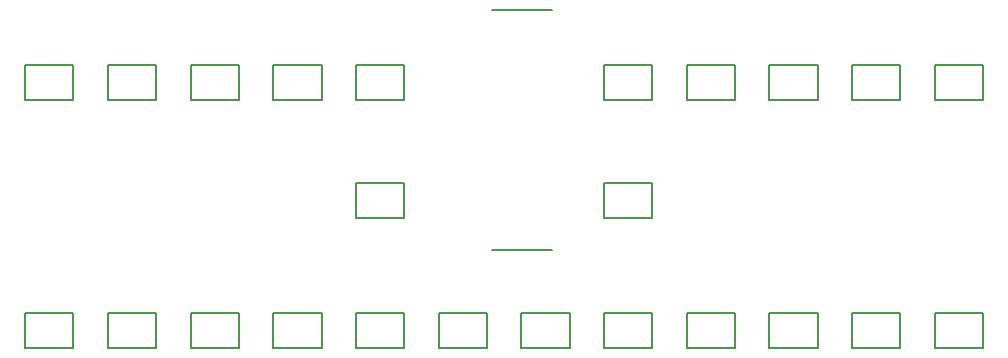
<source format=gto>
G04*
G04 #@! TF.GenerationSoftware,Altium Limited,Altium Designer,21.1.1 (26)*
G04*
G04 Layer_Color=65535*
%FSLAX25Y25*%
%MOIN*%
G70*
G04*
G04 #@! TF.SameCoordinates,038F9159-EE56-40B6-BC05-E6232A52DDBA*
G04*
G04*
G04 #@! TF.FilePolarity,Positive*
G04*
G01*
G75*
%ADD10C,0.00787*%
D10*
X185215Y293307D02*
Y305118D01*
X169116Y293307D02*
X185215D01*
X169116D02*
Y305118D01*
X185215D01*
X417148D02*
X433246D01*
X417148Y293307D02*
Y305118D01*
Y293307D02*
X433246D01*
Y305118D01*
X444707D02*
X460805D01*
X444707Y293307D02*
Y305118D01*
Y293307D02*
X460805D01*
Y305118D01*
X472266D02*
X488364D01*
X472266Y293307D02*
Y305118D01*
Y293307D02*
X488364D01*
Y305118D01*
X389589Y222441D02*
X405687D01*
X389589Y210630D02*
Y222441D01*
Y210630D02*
X405687D01*
Y222441D01*
X306911D02*
X323010D01*
X306911Y210630D02*
Y222441D01*
Y210630D02*
X323010D01*
Y222441D01*
X362030Y265748D02*
X378128D01*
X362030Y253937D02*
Y265748D01*
Y253937D02*
X378128D01*
Y265748D01*
X362030Y305118D02*
X378128D01*
X362030Y293307D02*
Y305118D01*
Y293307D02*
X378128D01*
Y305118D01*
X389589D02*
X405687D01*
X389589Y293307D02*
Y305118D01*
Y293307D02*
X405687D01*
Y305118D01*
X472266Y210630D02*
X488364D01*
Y222441D01*
X472266D02*
X488364D01*
X472266Y210630D02*
Y222441D01*
X444707Y210630D02*
X460805D01*
Y222441D01*
X444707D02*
X460805D01*
X444707Y210630D02*
Y222441D01*
X417148Y210630D02*
X433246D01*
Y222441D01*
X417148D02*
X433246D01*
X417148Y210630D02*
Y222441D01*
X196675Y210630D02*
X212774D01*
Y222441D01*
X196675D02*
X212774D01*
X196675Y210630D02*
Y222441D01*
X169116Y210630D02*
X185215D01*
Y222441D01*
X169116D02*
X185215D01*
X169116Y210630D02*
Y222441D01*
X251793Y305118D02*
X267892D01*
X251793Y293307D02*
Y305118D01*
Y293307D02*
X267892D01*
Y305118D01*
X362030Y222441D02*
X378128D01*
X362030Y210630D02*
Y222441D01*
Y210630D02*
X378128D01*
Y222441D01*
X334471D02*
X350569D01*
X334471Y210630D02*
Y222441D01*
Y210630D02*
X350569D01*
Y222441D01*
X324646Y323465D02*
X344646D01*
X324646Y243465D02*
X344646D01*
X279352Y305118D02*
X295451D01*
X279352Y293307D02*
Y305118D01*
Y293307D02*
X295451D01*
Y305118D01*
X279352Y265748D02*
X295451D01*
X279352Y253937D02*
Y265748D01*
Y253937D02*
X295451D01*
Y265748D01*
X224234Y222441D02*
X240333D01*
X224234Y210630D02*
Y222441D01*
Y210630D02*
X240333D01*
Y222441D01*
X251793D02*
X267892D01*
X251793Y210630D02*
Y222441D01*
Y210630D02*
X267892D01*
Y222441D01*
X279352D02*
X295451D01*
X279352Y210630D02*
Y222441D01*
Y210630D02*
X295451D01*
Y222441D01*
X240333Y293307D02*
Y305118D01*
X224234Y293307D02*
X240333D01*
X224234D02*
Y305118D01*
X240333D01*
X212774Y293307D02*
Y305118D01*
X196675Y293307D02*
X212774D01*
X196675D02*
Y305118D01*
X212774D01*
M02*

</source>
